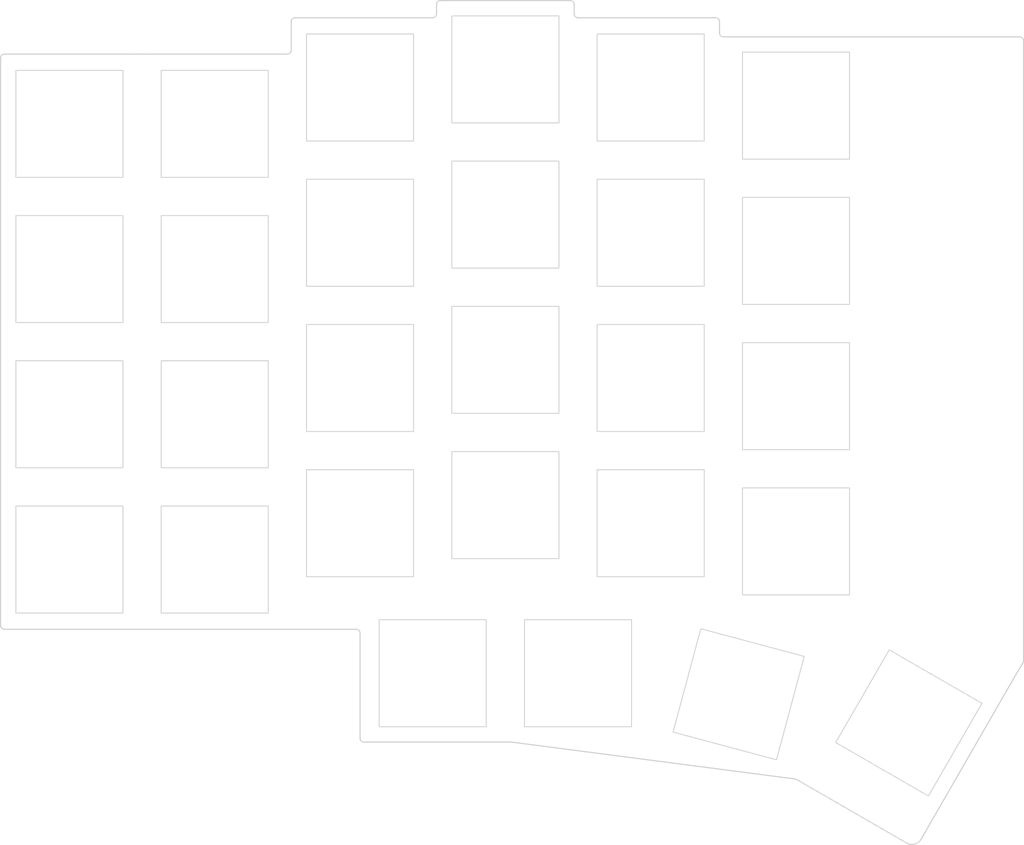
<source format=kicad_pcb>
(kicad_pcb (version 20221018) (generator pcbnew)
  (title_block (title "Corne EEC") (date "2023-06-22") (rev "1.0") (comment 1 "Copyright © 2023") (comment 2 "MIT License"))
  (layers (0 "F.Cu" signal) (31 "B.Cu" signal) (34 "B.Paste" user) (35 "F.Paste" user) (36 "B.SilkS" user "B.Silkscreen") (37 "F.SilkS" user "F.Silkscreen") (38 "B.Mask" user) (39 "F.Mask" user) (44 "Edge.Cuts" user))
  (net 0 "")
  (footprint "MountingHole:MountingHole_2.1mm" (layer "F.Cu") (at 113.25 62.45)
    (fp_text reference "H7" hide)
    (fp_text value "~")
    (pad "" np_thru_hole circle (at 0 0) (size 2.1 2.1) (drill 2.1) (layers "*.Cu" "*.Mask"))
  )
  (footprint "ec_parts:plate_cut" (layer "F.Cu") (at 151.25 33.95 90)
    (fp_text reference "G26" hide)
    (fp_text value "~" hide)
    (fp_rect (start -7 -7) (end 7 7) (stroke (width 0.12)) (fill none) (layer "Edge.Cuts"))
  )
  (footprint "MountingHole:MountingHole_2.1mm" (layer "F.Cu") (at 176.2154 107.1478)
    (fp_text reference "H4" hide)
    (fp_text value "~")
    (pad "" np_thru_hole circle (at 0 0) (size 2.1 2.1) (drill 2.1) (layers "*.Cu" "*.Mask"))
  )
  (footprint "ec_parts:plate_cut" (layer "F.Cu") (at 162.749808 113.325351 -105)
    (fp_text reference "G21" hide)
    (fp_text value "~" hide)
    (fp_rect (start -7 -7) (end 7 7) (stroke (width 0.12)) (fill none) (layer "Edge.Cuts"))
  )
  (footprint "ec_parts:plate_cut" (layer "F.Cu") (at 75.25 57.7 90)
    (fp_text reference "G2" hide)
    (fp_text value "~" hide)
    (fp_rect (start -7 -7) (end 7 7) (stroke (width 0.12)) (fill none) (layer "Edge.Cuts"))
  )
  (footprint "ec_parts:plate_cut" (layer "F.Cu") (at 132.25 50.575 90)
    (fp_text reference "G11" hide)
    (fp_text value "~" hide)
    (fp_rect (start -7 -7) (end 7 7) (stroke (width 0.12)) (fill none) (layer "Edge.Cuts"))
  )
  (footprint "MountingHole:MountingHole_2.1mm" (layer "F.Cu") (at 151.25 62.45)
    (fp_text reference "H5" hide)
    (fp_text value "~")
    (pad "" np_thru_hole circle (at 0 0) (size 2.1 2.1) (drill 2.1) (layers "*.Cu" "*.Mask"))
  )
  (footprint "ec_parts:plate_cut" (layer "F.Cu") (at 151.25 90.95 90)
    (fp_text reference "G16" hide)
    (fp_text value "~" hide)
    (fp_rect (start -7 -7) (end 7 7) (stroke (width 0.12)) (fill none) (layer "Edge.Cuts"))
  )
  (footprint "ec_parts:plate_cut" (layer "F.Cu") (at 132.25 69.575 90)
    (fp_text reference "G12" hide)
    (fp_text value "~" hide)
    (fp_rect (start -7 -7) (end 7 7) (stroke (width 0.12)) (fill none) (layer "Edge.Cuts"))
  )
  (footprint "MountingHole:MountingHole_2.1mm" (layer "F.Cu") (at 132.25 110.575)
    (fp_text reference "H3" hide)
    (fp_text value "~")
    (pad "" np_thru_hole circle (at 0 0) (size 2.1 2.1) (drill 2.1) (layers "*.Cu" "*.Mask"))
  )
  (footprint "ec_parts:plate_cut" (layer "F.Cu") (at 151.25 52.95 90)
    (fp_text reference "G14" hide)
    (fp_text value "~" hide)
    (fp_rect (start -7 -7) (end 7 7) (stroke (width 0.12)) (fill none) (layer "Edge.Cuts"))
  )
  (footprint "ec_parts:plate_cut" (layer "F.Cu") (at 170.25 74.325 90)
    (fp_text reference "G18" hide)
    (fp_text value "~" hide)
    (fp_rect (start -7 -7) (end 7 7) (stroke (width 0.12)) (fill none) (layer "Edge.Cuts"))
  )
  (footprint "ec_parts:plate_cut" (layer "F.Cu") (at 113.25 90.95 90)
    (fp_text reference "G10" hide)
    (fp_text value "~" hide)
    (fp_rect (start -7 -7) (end 7 7) (stroke (width 0.12)) (fill none) (layer "Edge.Cuts"))
  )
  (footprint "ec_parts:plate_cut" (layer "F.Cu") (at 170.25 93.325 90)
    (fp_text reference "G19" hide)
    (fp_text value "~" hide)
    (fp_rect (start -7 -7) (end 7 7) (stroke (width 0.12)) (fill none) (layer "Edge.Cuts"))
  )
  (footprint "ec_parts:plate_cut" (layer "F.Cu") (at 132.25 88.575 90)
    (fp_text reference "G13" hide)
    (fp_text value "~" hide)
    (fp_rect (start -7 -7) (end 7 7) (stroke (width 0.12)) (fill none) (layer "Edge.Cuts"))
  )
  (footprint "ec_parts:plate_cut" (layer "F.Cu") (at 151.25 71.95 90)
    (fp_text reference "G15" hide)
    (fp_text value "~" hide)
    (fp_rect (start -7 -7) (end 7 7) (stroke (width 0.12)) (fill none) (layer "Edge.Cuts"))
  )
  (footprint "ec_parts:plate_cut" (layer "F.Cu") (at 75.25 95.7 90)
    (fp_text reference "G4" hide)
    (fp_text value "~" hide)
    (fp_rect (start -7 -7) (end 7 7) (stroke (width 0.12)) (fill none) (layer "Edge.Cuts"))
  )
  (footprint "MountingHole:MountingHole_2.1mm" (layer "F.Cu") (at 75.25 86.2)
    (fp_text reference "H2" hide)
    (fp_text value "~")
    (pad "" np_thru_hole circle (at 0 0) (size 2.1 2.1) (drill 2.1) (layers "*.Cu" "*.Mask"))
  )
  (footprint "ec_parts:plate_cut" (layer "F.Cu") (at 94.25 76.7 90)
    (fp_text reference "G6" hide)
    (fp_text value "~" hide)
    (fp_rect (start -7 -7) (end 7 7) (stroke (width 0.12)) (fill none) (layer "Edge.Cuts"))
  )
  (footprint "ec_parts:plate_cut" (layer "F.Cu") (at 75.25 38.7 90)
    (fp_text reference "G1" hide)
    (fp_text value "~" hide)
    (fp_rect (start -7 -7) (end 7 7) (stroke (width 0.12)) (fill none) (layer "Edge.Cuts"))
  )
  (footprint "ec_parts:plate_cut" (layer "F.Cu") (at 141.75 110.575)
    (fp_text reference "G20" hide)
    (fp_text value "~" hide)
    (fp_rect (start -7 -7) (end 7 7) (stroke (width 0.12)) (fill none) (layer "Edge.Cuts"))
  )
  (footprint "ec_parts:plate_cut" (layer "F.Cu") (at 94.25 57.7 90)
    (fp_text reference "G5" hide)
    (fp_text value "~" hide)
    (fp_rect (start -7 -7) (end 7 7) (stroke (width 0.12)) (fill none) (layer "Edge.Cuts"))
  )
  (footprint "ec_parts:plate_cut" (layer "F.Cu") (at 75.25 76.7 90)
    (fp_text reference "G3" hide)
    (fp_text value "~" hide)
    (fp_rect (start -7 -7) (end 7 7) (stroke (width 0.12)) (fill none) (layer "Edge.Cuts"))
  )
  (footprint "ec_parts:plate_cut" (layer "F.Cu") (at 113.25 33.95 90)
    (fp_text reference "G24" hide)
    (fp_text value "~" hide)
    (fp_rect (start -7 -7) (end 7 7) (stroke (width 0.12)) (fill none) (layer "Edge.Cuts"))
  )
  (footprint "ec_parts:plate_cut" (layer "F.Cu") (at 170.25 55.325 90)
    (fp_text reference "G17" hide)
    (fp_text value "~" hide)
    (fp_rect (start -7 -7) (end 7 7) (stroke (width 0.12)) (fill none) (layer "Edge.Cuts"))
  )
  (footprint "MountingHole:MountingHole_2.1mm" (layer "F.Cu") (at 170.25 45.825)
    (fp_text reference "H6" hide)
    (fp_text value "~")
    (pad "" np_thru_hole circle (at 0 0) (size 2.1 2.1) (drill 2.1) (layers "*.Cu" "*.Mask"))
  )
  (footprint "ec_parts:plate_cut" (layer "F.Cu") (at 94.25 38.7 90)
    (fp_text reference "G23" hide)
    (fp_text value "~" hide)
    (fp_rect (start -7 -7) (end 7 7) (stroke (width 0.12)) (fill none) (layer "Edge.Cuts"))
  )
  (footprint "ec_parts:plate_cut" (layer "F.Cu") (at 170.25 36.325 90)
    (fp_text reference "G27" hide)
    (fp_text value "~" hide)
    (fp_rect (start -7 -7) (end 7 7) (stroke (width 0.12)) (fill none) (layer "Edge.Cuts"))
  )
  (footprint "ec_parts:plate_cut" (layer "F.Cu") (at 184.999999 117.075543 60)
    (fp_text reference "G22" hide)
    (fp_text value "~" hide)
    (fp_rect (start -7 -7) (end 7 7) (stroke (width 0.12)) (fill none) (layer "Edge.Cuts"))
  )
  (footprint "ec_parts:plate_cut" (layer "F.Cu") (at 113.25 52.95 90)
    (fp_text reference "G8" hide)
    (fp_text value "~" hide)
    (fp_rect (start -7 -7) (end 7 7) (stroke (width 0.12)) (fill none) (layer "Edge.Cuts"))
  )
  (footprint "ec_parts:plate_cut" (layer "F.Cu") (at 113.25 71.95 90)
    (fp_text reference "G9" hide)
    (fp_text value "~" hide)
    (fp_rect (start -7 -7) (end 7 7) (stroke (width 0.12)) (fill none) (layer "Edge.Cuts"))
  )
  (footprint "ec_parts:plate_cut" (layer "F.Cu") (at 94.25 95.7 90)
    (fp_text reference "G7" hide)
    (fp_text value "~" hide)
    (fp_rect (start -7 -7) (end 7 7) (stroke (width 0.12)) (fill none) (layer "Edge.Cuts"))
  )
  (footprint "ec_parts:plate_cut" (layer "F.Cu") (at 132.25 31.575 90)
    (fp_text reference "G25" hide)
    (fp_text value "~" hide)
    (fp_rect (start -7 -7) (end 7 7) (stroke (width 0.12)) (fill none) (layer "Edge.Cuts"))
  )
  (footprint "MountingHole:MountingHole_2.1mm" (layer "F.Cu") (at 75.25 48.2)
    (fp_text reference "H1" hide)
    (fp_text value "~")
    (pad "" np_thru_hole circle (at 0 0) (size 2.1 2.1) (drill 2.1) (layers "*.Cu" "*.Mask"))
  )
  (footprint "ec_parts:plate_cut" (layer "B.Cu") (at 122.75 110.575)
    (fp_text reference "G28" hide)
    (fp_text value "~" hide)
    (fp_rect (start -7 7) (end 7 -7) (stroke (width 0.12)) (fill none) (layer "Edge.Cuts"))
  )
  (gr_arc (start 66.763898 104.828808) (mid 66.401118 104.684844) (end 66.25 104.325) (stroke (width 0.15)) (layer "Edge.Cuts"))
  (gr_arc (start 66.25 30.075) (mid 66.396478 29.721486) (end 66.75 29.575) (stroke (width 0.15)) (layer "Edge.Cuts"))
  (gr_arc (start 104.25 29.075) (mid 104.103584 29.428593) (end 103.75 29.575) (stroke (width 0.15)) (layer "Edge.Cuts"))
  (gr_arc (start 104.25 25.325) (mid 104.396478 24.971486) (end 104.75 24.825) (stroke (width 0.15)) (layer "Edge.Cuts"))
  (gr_arc (start 123.25 23.075) (mid 123.396478 22.721486) (end 123.75 22.575) (stroke (width 0.15)) (layer "Edge.Cuts"))
  (gr_arc (start 140.75 22.575) (mid 141.103535 22.721457) (end 141.25 23.075) (stroke (width 0.15)) (layer "Edge.Cuts"))
  (gr_arc (start 123.25 24.325) (mid 123.103584 24.678593) (end 122.75 24.825) (stroke (width 0.15)) (layer "Edge.Cuts"))
  (gr_arc (start 141.75 24.825) (mid 141.396429 24.678563) (end 141.25 24.325) (stroke (width 0.15)) (layer "Edge.Cuts"))
  (gr_arc (start 159.75 24.825) (mid 160.103535 24.971457) (end 160.25 25.325) (stroke (width 0.15)) (layer "Edge.Cuts"))
  (gr_arc (start 160.75 27.325) (mid 160.396429 27.178563) (end 160.25 26.825) (stroke (width 0.15)) (layer "Edge.Cuts"))
  (gr_line (start 83.75 29.575) (end 66.75 29.575) (stroke (width 0.15)) (layer "Edge.Cuts"))
  (gr_line (start 66.25 30.075) (end 66.25 104.325) (stroke (width 0.15)) (layer "Edge.Cuts"))
  (gr_line (start 160.25 26.825) (end 160.25 25.325) (stroke (width 0.15)) (layer "Edge.Cuts"))
  (gr_line (start 123.25 23.075) (end 123.25 24.325) (stroke (width 0.15)) (layer "Edge.Cuts"))
  (gr_line (start 140.75 22.575) (end 123.75 22.575) (stroke (width 0.15)) (layer "Edge.Cuts"))
  (gr_line (start 141.25 24.325) (end 141.25 23.075) (stroke (width 0.15)) (layer "Edge.Cuts"))
  (gr_line (start 104.25 25.325) (end 104.25 29.075) (stroke (width 0.15)) (layer "Edge.Cuts"))
  (gr_line (start 199.5 27.325) (end 160.75 27.325) (stroke (width 0.15)) (layer "Edge.Cuts"))
  (gr_line (start 159.75 24.825) (end 141.75 24.825) (stroke (width 0.15)) (layer "Edge.Cuts"))
  (gr_line (start 103.75 29.575) (end 85.75 29.575) (stroke (width 0.15)) (layer "Edge.Cuts"))
  (gr_line (start 122.75 24.825) (end 104.75 24.825) (stroke (width 0.15)) (layer "Edge.Cuts"))
  (gr_line (start 133.013898 119.578808) (end 169.684454 124.349152) (stroke (width 0.15)) (layer "Edge.Cuts"))
  (gr_line (start 112.75 104.828808) (end 66.763898 104.828808) (stroke (width 0.15)) (layer "Edge.Cuts"))
  (gr_line (start 170.338898 124.478808) (end 184.633149 132.739764) (stroke (width 0.15)) (layer "Edge.Cuts"))
  (gr_line (start 198.913898 110.903808) (end 200 109.075) (stroke (width 0.15)) (layer "Edge.Cuts"))
  (gr_line (start 133.013898 119.578808) (end 113.75 119.578808) (stroke (width 0.15)) (layer "Edge.Cuts"))
  (gr_arc (start 112.75 104.828808) (mid 113.103532 104.975265) (end 113.25 105.328808) (stroke (width 0.15)) (layer "Edge.Cuts"))
  (gr_arc (start 169.684454 124.349152) (mid 170.014851 124.397954) (end 170.338898 124.478808) (stroke (width 0.15)) (layer "Edge.Cuts"))
  (gr_line (start 186.561161 132.360273) (end 198.913898 110.903808) (stroke (width 0.15)) (layer "Edge.Cuts"))
  (gr_line (start 83.75 29.575) (end 85.75 29.575) (stroke (width 0.15)) (layer "Edge.Cuts"))
  (gr_arc (start 113.75 119.578808) (mid 113.396426 119.432372) (end 113.25 119.078808) (stroke (width 0.15)) (layer "Edge.Cuts"))
  (gr_line (start 113.25 105.328808) (end 113.25 119.078808) (stroke (width 0.15)) (layer "Edge.Cuts"))
  (gr_arc (start 186.561161 132.360273) (mid 185.675969 132.95038) (end 184.633149 132.739764) (stroke (width 0.15)) (layer "Edge.Cuts"))
  (gr_arc (start 199.5 27.325) (mid 199.853535 27.471457) (end 200 27.825) (stroke (width 0.15)) (layer "Edge.Cuts"))
  (gr_line (start 200 27.825) (end 200 109.075) (stroke (width 0.15)) (layer "Edge.Cuts"))
)
</source>
